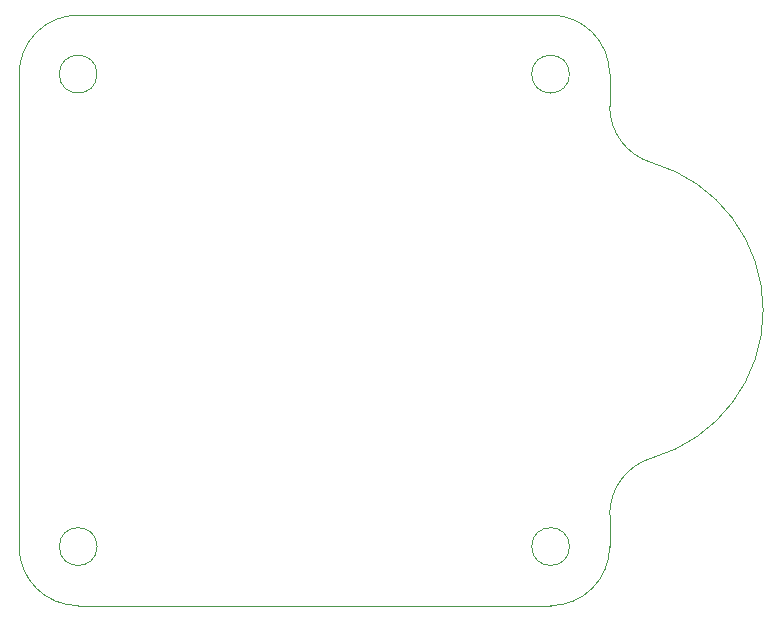
<source format=gbr>
%TF.GenerationSoftware,KiCad,Pcbnew,(5.1.6)-1*%
%TF.CreationDate,2021-12-10T22:34:56-05:00*%
%TF.ProjectId,base,62617365-2e6b-4696-9361-645f70636258,rev?*%
%TF.SameCoordinates,Original*%
%TF.FileFunction,Profile,NP*%
%FSLAX46Y46*%
G04 Gerber Fmt 4.6, Leading zero omitted, Abs format (unit mm)*
G04 Created by KiCad (PCBNEW (5.1.6)-1) date 2021-12-10 22:34:56*
%MOMM*%
%LPD*%
G01*
G04 APERTURE LIST*
%TA.AperFunction,Profile*%
%ADD10C,0.100000*%
%TD*%
G04 APERTURE END LIST*
D10*
X163600001Y-76000000D02*
G75*
G03*
X163600001Y-76000000I-1600001J0D01*
G01*
X167000000Y-78708384D02*
X167000000Y-76000000D01*
X167000000Y-113291616D02*
G75*
G02*
X170611111Y-108488389I5000000J0D01*
G01*
X163600001Y-116000000D02*
G75*
G03*
X163600001Y-116000000I-1600001J0D01*
G01*
X170611111Y-83511611D02*
G75*
G02*
X167000000Y-78708384I1388889J4803227D01*
G01*
X122000000Y-121000000D02*
X162000000Y-121000000D01*
X162000000Y-71000000D02*
G75*
G02*
X167000000Y-76000000I0J-5000000D01*
G01*
X117000001Y-76000000D02*
G75*
G02*
X122000000Y-71000001I4999999J0D01*
G01*
X167000000Y-116000000D02*
X167000000Y-113291616D01*
X122000000Y-120999999D02*
G75*
G02*
X117000001Y-116000000I0J4999999D01*
G01*
X117000000Y-76000000D02*
X117000000Y-116000000D01*
X170611111Y-83511611D02*
G75*
G02*
X170611111Y-108488389I-3611111J-12488389D01*
G01*
X162000000Y-71000000D02*
X122000000Y-71000000D01*
X123600000Y-76000000D02*
G75*
G03*
X123600000Y-76000000I-1600000J0D01*
G01*
X123600000Y-116000000D02*
G75*
G03*
X123600000Y-116000000I-1600000J0D01*
G01*
X167000000Y-116000000D02*
G75*
G02*
X162000000Y-121000000I-5000000J0D01*
G01*
M02*

</source>
